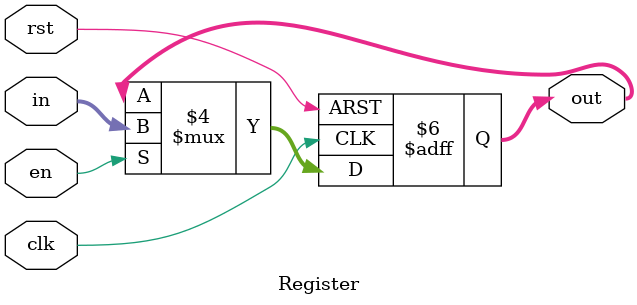
<source format=v>
module Register(
	input clk, rst,
	input [31:0]in,
	input en,
	output reg [31:0]out
);

always @(posedge clk or negedge rst)
begin

	if (rst == 1'b0)
	begin
		out <= 32'd0;
	end
	else if (en == 1'b1)
	begin
		out <= in;
	end

end

endmodule

</source>
